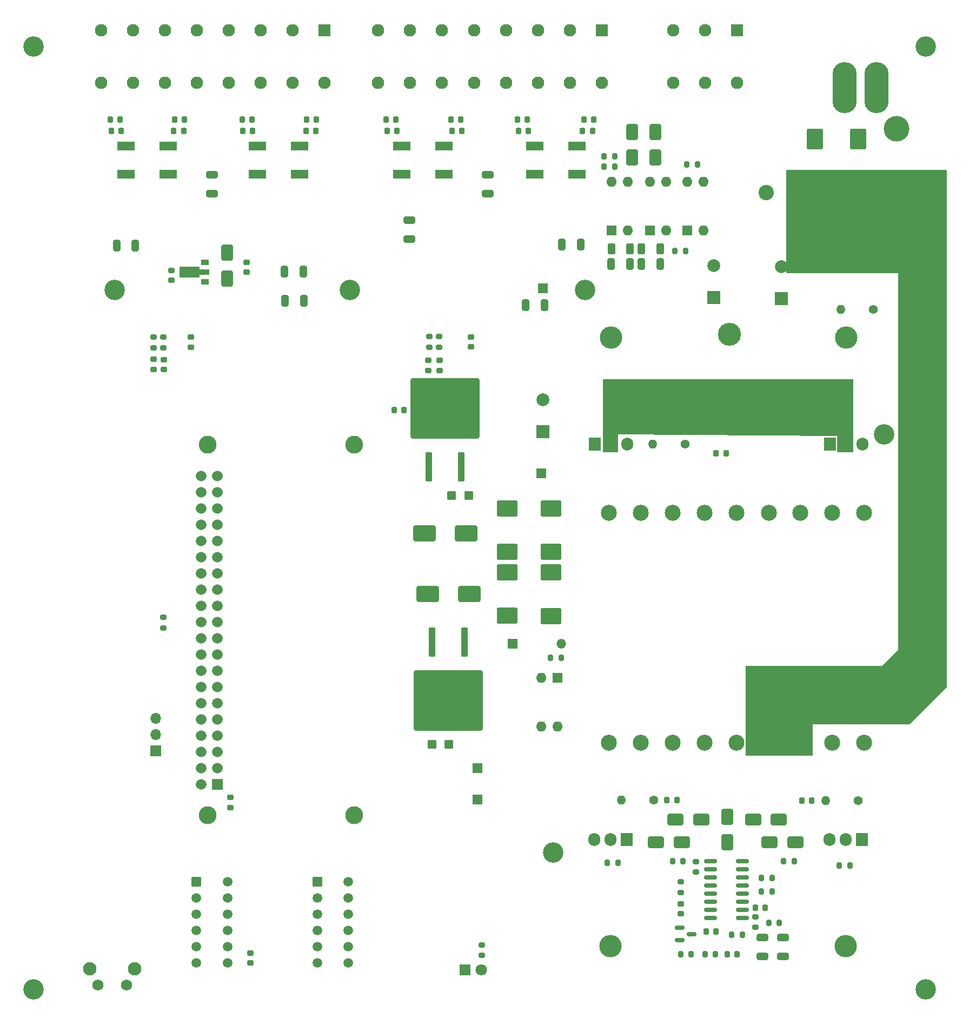
<source format=gbr>
%TF.GenerationSoftware,KiCad,Pcbnew,8.0.1-8.0.1-1~ubuntu22.04.1*%
%TF.CreationDate,2024-08-21T15:32:21+07:00*%
%TF.ProjectId,DAW-Pro4,4441572d-5072-46f3-942e-6b696361645f,rev?*%
%TF.SameCoordinates,Original*%
%TF.FileFunction,Soldermask,Top*%
%TF.FilePolarity,Negative*%
%FSLAX46Y46*%
G04 Gerber Fmt 4.6, Leading zero omitted, Abs format (unit mm)*
G04 Created by KiCad (PCBNEW 8.0.1-8.0.1-1~ubuntu22.04.1) date 2024-08-21 15:32:21*
%MOMM*%
%LPD*%
G01*
G04 APERTURE LIST*
G04 Aperture macros list*
%AMRoundRect*
0 Rectangle with rounded corners*
0 $1 Rounding radius*
0 $2 $3 $4 $5 $6 $7 $8 $9 X,Y pos of 4 corners*
0 Add a 4 corners polygon primitive as box body*
4,1,4,$2,$3,$4,$5,$6,$7,$8,$9,$2,$3,0*
0 Add four circle primitives for the rounded corners*
1,1,$1+$1,$2,$3*
1,1,$1+$1,$4,$5*
1,1,$1+$1,$6,$7*
1,1,$1+$1,$8,$9*
0 Add four rect primitives between the rounded corners*
20,1,$1+$1,$2,$3,$4,$5,0*
20,1,$1+$1,$4,$5,$6,$7,0*
20,1,$1+$1,$6,$7,$8,$9,0*
20,1,$1+$1,$8,$9,$2,$3,0*%
%AMFreePoly0*
4,1,9,3.862500,-0.866500,0.737500,-0.866500,0.737500,-0.450000,-0.737500,-0.450000,-0.737500,0.450000,0.737500,0.450000,0.737500,0.866500,3.862500,0.866500,3.862500,-0.866500,3.862500,-0.866500,$1*%
G04 Aperture macros list end*
%ADD10RoundRect,0.200000X0.200000X0.275000X-0.200000X0.275000X-0.200000X-0.275000X0.200000X-0.275000X0*%
%ADD11O,3.800000X8.000000*%
%ADD12RoundRect,0.225000X-0.225000X-0.250000X0.225000X-0.250000X0.225000X0.250000X-0.225000X0.250000X0*%
%ADD13C,3.200000*%
%ADD14RoundRect,0.200000X-0.200000X-0.275000X0.200000X-0.275000X0.200000X0.275000X-0.200000X0.275000X0*%
%ADD15RoundRect,0.225000X-0.250000X0.225000X-0.250000X-0.225000X0.250000X-0.225000X0.250000X0.225000X0*%
%ADD16RoundRect,0.102000X-0.654000X0.654000X-0.654000X-0.654000X0.654000X-0.654000X0.654000X0.654000X0*%
%ADD17C,1.512000*%
%ADD18RoundRect,0.200000X-0.275000X0.200000X-0.275000X-0.200000X0.275000X-0.200000X0.275000X0.200000X0*%
%ADD19RoundRect,0.250000X0.650000X-0.325000X0.650000X0.325000X-0.650000X0.325000X-0.650000X-0.325000X0*%
%ADD20R,2.800000X1.400000*%
%ADD21R,1.600000X1.600000*%
%ADD22O,1.600000X1.600000*%
%ADD23RoundRect,0.250000X-1.000000X1.400000X-1.000000X-1.400000X1.000000X-1.400000X1.000000X1.400000X0*%
%ADD24C,3.600000*%
%ADD25C,2.500000*%
%ADD26C,1.400000*%
%ADD27O,1.400000X1.400000*%
%ADD28RoundRect,0.218750X-0.256250X0.218750X-0.256250X-0.218750X0.256250X-0.218750X0.256250X0.218750X0*%
%ADD29RoundRect,0.200000X0.275000X-0.200000X0.275000X0.200000X-0.275000X0.200000X-0.275000X-0.200000X0*%
%ADD30RoundRect,0.250000X-0.650000X1.000000X-0.650000X-1.000000X0.650000X-1.000000X0.650000X1.000000X0*%
%ADD31RoundRect,0.250000X-1.400000X-1.000000X1.400000X-1.000000X1.400000X1.000000X-1.400000X1.000000X0*%
%ADD32C,1.950000*%
%ADD33R,1.950000X1.950000*%
%ADD34RoundRect,0.250000X1.000000X0.650000X-1.000000X0.650000X-1.000000X-0.650000X1.000000X-0.650000X0*%
%ADD35RoundRect,0.250000X-0.450000X-0.425000X0.450000X-0.425000X0.450000X0.425000X-0.450000X0.425000X0*%
%ADD36R,2.000000X2.000000*%
%ADD37C,2.000000*%
%ADD38RoundRect,0.250000X-1.000000X-0.650000X1.000000X-0.650000X1.000000X0.650000X-1.000000X0.650000X0*%
%ADD39RoundRect,0.250000X0.312500X0.625000X-0.312500X0.625000X-0.312500X-0.625000X0.312500X-0.625000X0*%
%ADD40C,2.800000*%
%ADD41R,1.665000X1.665000*%
%ADD42C,1.665000*%
%ADD43C,4.000000*%
%ADD44RoundRect,0.250000X0.325000X0.650000X-0.325000X0.650000X-0.325000X-0.650000X0.325000X-0.650000X0*%
%ADD45RoundRect,0.250000X-1.500000X-1.000000X1.500000X-1.000000X1.500000X1.000000X-1.500000X1.000000X0*%
%ADD46RoundRect,0.250000X-0.325000X-0.650000X0.325000X-0.650000X0.325000X0.650000X-0.325000X0.650000X0*%
%ADD47RoundRect,0.250000X-0.300000X2.050000X-0.300000X-2.050000X0.300000X-2.050000X0.300000X2.050000X0*%
%ADD48RoundRect,0.250002X-5.149998X4.449998X-5.149998X-4.449998X5.149998X-4.449998X5.149998X4.449998X0*%
%ADD49RoundRect,0.225000X0.225000X0.250000X-0.225000X0.250000X-0.225000X-0.250000X0.225000X-0.250000X0*%
%ADD50R,2.400000X2.400000*%
%ADD51C,2.400000*%
%ADD52RoundRect,0.150000X-0.587500X-0.150000X0.587500X-0.150000X0.587500X0.150000X-0.587500X0.150000X0*%
%ADD53RoundRect,0.150000X-0.825000X-0.150000X0.825000X-0.150000X0.825000X0.150000X-0.825000X0.150000X0*%
%ADD54RoundRect,0.250000X0.300000X-2.050000X0.300000X2.050000X-0.300000X2.050000X-0.300000X-2.050000X0*%
%ADD55RoundRect,0.250002X5.149998X-4.449998X5.149998X4.449998X-5.149998X4.449998X-5.149998X-4.449998X0*%
%ADD56C,2.100000*%
%ADD57C,1.750000*%
%ADD58R,1.500000X1.500000*%
%ADD59O,1.500000X1.500000*%
%ADD60R,1.700000X1.700000*%
%ADD61O,1.700000X1.700000*%
%ADD62RoundRect,0.225000X0.250000X-0.225000X0.250000X0.225000X-0.250000X0.225000X-0.250000X-0.225000X0*%
%ADD63RoundRect,0.250000X-0.650000X0.325000X-0.650000X-0.325000X0.650000X-0.325000X0.650000X0.325000X0*%
%ADD64R,1.300000X0.900000*%
%ADD65FreePoly0,180.000000*%
%ADD66R,1.800000X1.800000*%
%ADD67C,1.800000*%
%ADD68RoundRect,0.250000X1.500000X1.000000X-1.500000X1.000000X-1.500000X-1.000000X1.500000X-1.000000X0*%
%ADD69RoundRect,0.250000X-0.312500X-0.625000X0.312500X-0.625000X0.312500X0.625000X-0.312500X0.625000X0*%
%ADD70O,3.500000X3.500000*%
%ADD71R,1.905000X2.000000*%
%ADD72O,1.905000X2.000000*%
G04 APERTURE END LIST*
D10*
%TO.C,R24*%
X96075000Y-23876000D03*
X94425000Y-23876000D03*
%TD*%
D11*
%TO.C,F1*%
X132120000Y-11555000D03*
X137120000Y-11555000D03*
%TD*%
D12*
%TO.C,C111*%
X111963500Y-68742500D03*
X113513500Y-68742500D03*
%TD*%
D13*
%TO.C,REF\u002A\u002A*%
X86487000Y-131191000D03*
%TD*%
D14*
%TO.C,R34*%
X94933000Y-132842000D03*
X96583000Y-132842000D03*
%TD*%
D12*
%TO.C,C32*%
X47805000Y-16510000D03*
X49355000Y-16510000D03*
%TD*%
D15*
%TO.C,C102*%
X106476800Y-139280600D03*
X106476800Y-140830600D03*
%TD*%
D16*
%TO.C,J12*%
X30594300Y-135819000D03*
D17*
X35445700Y-135819000D03*
X30594300Y-138359000D03*
X35445700Y-138359000D03*
X30594300Y-140899000D03*
X35445700Y-140899000D03*
X30594300Y-143439000D03*
X35445700Y-143439000D03*
X30594300Y-145979000D03*
X35445700Y-145979000D03*
X30594300Y-148519000D03*
X35445700Y-148519000D03*
%TD*%
D18*
%TO.C,R49*%
X108839000Y-132652000D03*
X108839000Y-134302000D03*
%TD*%
D19*
%TO.C,C20*%
X33020000Y-28096000D03*
X33020000Y-25146000D03*
%TD*%
D13*
%TO.C,REF\u002A\u002A*%
X144780000Y-5080000D03*
%TD*%
D20*
%TO.C,L10*%
X90170000Y-25060000D03*
X90170000Y-20660000D03*
%TD*%
D21*
%TO.C,U16*%
X107424000Y-33899000D03*
D22*
X109964000Y-33899000D03*
X109964000Y-26279000D03*
X107424000Y-26279000D03*
%TD*%
D23*
%TO.C,VD1*%
X134210000Y-19558000D03*
X127410000Y-19558000D03*
%TD*%
D13*
%TO.C,REF\u002A\u002A*%
X17780000Y-43180000D03*
%TD*%
D24*
%TO.C,L19*%
X114046000Y-62860000D03*
X114046000Y-50160000D03*
%TD*%
D25*
%TO.C,TR1*%
X95161500Y-114081500D03*
X100161500Y-114081500D03*
X105161500Y-114081500D03*
X110161500Y-114081500D03*
X120231500Y-114081500D03*
X125161500Y-114081500D03*
X130161500Y-114081500D03*
X135161500Y-114081500D03*
X130161500Y-78081500D03*
X135161500Y-78081500D03*
X120231500Y-78081500D03*
X125161500Y-78081500D03*
X105161500Y-78081500D03*
X110161500Y-78081500D03*
X95161500Y-78081500D03*
X100161500Y-78081500D03*
X115161500Y-78081500D03*
X115161500Y-114081500D03*
%TD*%
D26*
%TO.C,R40*%
X136551200Y-46228000D03*
D27*
X131471200Y-46228000D03*
%TD*%
D12*
%TO.C,C91*%
X60251000Y-16510000D03*
X61801000Y-16510000D03*
%TD*%
D10*
%TO.C,R19*%
X96075000Y-22225000D03*
X94425000Y-22225000D03*
%TD*%
D13*
%TO.C,REF\u002A\u002A*%
X54610000Y-43180000D03*
%TD*%
%TO.C,REF\u002A\u002A*%
X5080000Y-5080000D03*
%TD*%
D15*
%TO.C,C57*%
X73558400Y-50533000D03*
X73558400Y-52083000D03*
%TD*%
D28*
%TO.C,HL1*%
X23876000Y-54051000D03*
X23876000Y-55626000D03*
%TD*%
D20*
%TO.C,L15*%
X62738000Y-25060000D03*
X62738000Y-20660000D03*
%TD*%
%TO.C,L4*%
X40132000Y-25060000D03*
X40132000Y-20660000D03*
%TD*%
D29*
%TO.C,R26*%
X106426000Y-137477000D03*
X106426000Y-135827000D03*
%TD*%
D30*
%TO.C,VD15*%
X102467000Y-18415000D03*
X102467000Y-22415000D03*
%TD*%
D31*
%TO.C,VD12*%
X86106000Y-77372000D03*
X86106000Y-84172000D03*
%TD*%
D28*
%TO.C,HL4*%
X66929000Y-54203500D03*
X66929000Y-55778500D03*
%TD*%
D32*
%TO.C,J6*%
X50640000Y-10740000D03*
D33*
X50640000Y-2540000D03*
D32*
X45640000Y-10740000D03*
X45640000Y-2540000D03*
X40640000Y-10740000D03*
X40640000Y-2540000D03*
X35640000Y-10740000D03*
X35640000Y-2540000D03*
X30640000Y-10740000D03*
X30640000Y-2540000D03*
X25640000Y-10740000D03*
X25640000Y-2540000D03*
X20640000Y-10740000D03*
X20640000Y-2540000D03*
X15640000Y-10740000D03*
X15640000Y-2540000D03*
%TD*%
D34*
%TO.C,VD7*%
X121772500Y-126083500D03*
X117772500Y-126083500D03*
%TD*%
D35*
%TO.C,C8*%
X70532000Y-75311000D03*
X73232000Y-75311000D03*
%TD*%
D36*
%TO.C,C115*%
X122174000Y-44531677D03*
D37*
X122174000Y-39531677D03*
%TD*%
D10*
%TO.C,R31*%
X120733000Y-135227500D03*
X119083000Y-135227500D03*
%TD*%
D12*
%TO.C,C94*%
X91046000Y-18288000D03*
X92596000Y-18288000D03*
%TD*%
D38*
%TO.C,VD6*%
X105612500Y-126083500D03*
X109612500Y-126083500D03*
%TD*%
D39*
%TO.C,R41*%
X103189500Y-36703000D03*
X100264500Y-36703000D03*
%TD*%
D38*
%TO.C,VD4*%
X120344500Y-129639500D03*
X124344500Y-129639500D03*
%TD*%
D14*
%TO.C,R25*%
X114407500Y-144117500D03*
X116057500Y-144117500D03*
%TD*%
D40*
%TO.C,IC1*%
X32315000Y-125402000D03*
X55315000Y-125402000D03*
X32315000Y-67402000D03*
X55315000Y-67402000D03*
D41*
X33895000Y-120532000D03*
D42*
X31355000Y-120532000D03*
X33895000Y-117992000D03*
X31355000Y-117992000D03*
X33895000Y-115452000D03*
X31355000Y-115452000D03*
X33895000Y-112912000D03*
X31355000Y-112912000D03*
X33895000Y-110372000D03*
X31355000Y-110372000D03*
X33895000Y-107832000D03*
X31355000Y-107832000D03*
X33895000Y-105292000D03*
X31355000Y-105292000D03*
X33895000Y-102752000D03*
X31355000Y-102752000D03*
X33895000Y-100212000D03*
X31355000Y-100212000D03*
X33895000Y-97672000D03*
X31355000Y-97672000D03*
X33895000Y-95132000D03*
X31355000Y-95132000D03*
X33895000Y-92592000D03*
X31355000Y-92592000D03*
X33895000Y-90052000D03*
X31355000Y-90052000D03*
X33895000Y-87512000D03*
X31355000Y-87512000D03*
X33895000Y-84972000D03*
X31355000Y-84972000D03*
X33895000Y-82432000D03*
X31355000Y-82432000D03*
X33895000Y-79892000D03*
X31355000Y-79892000D03*
X33895000Y-77352000D03*
X31355000Y-77352000D03*
X33895000Y-74812000D03*
X31355000Y-74812000D03*
X33895000Y-72272000D03*
X31355000Y-72272000D03*
%TD*%
D12*
%TO.C,C45*%
X17246000Y-18288000D03*
X18796000Y-18288000D03*
%TD*%
D10*
%TO.C,R48*%
X87693000Y-100711000D03*
X86043000Y-100711000D03*
%TD*%
D20*
%TO.C,L2*%
X46736000Y-25060000D03*
X46736000Y-20660000D03*
%TD*%
D43*
%TO.C,L18*%
X140208000Y-17987000D03*
X140208000Y-28067000D03*
%TD*%
D21*
%TO.C,U15*%
X101595000Y-33899000D03*
D22*
X104135000Y-33899000D03*
X104135000Y-26279000D03*
X101595000Y-26279000D03*
%TD*%
D44*
%TO.C,C17*%
X47322000Y-40259000D03*
X44372000Y-40259000D03*
%TD*%
D13*
%TO.C,REF\u002A\u002A*%
X91440000Y-43180000D03*
%TD*%
D18*
%TO.C,R20*%
X68580000Y-50483000D03*
X68580000Y-52133000D03*
%TD*%
D45*
%TO.C,C60*%
X66803200Y-90728800D03*
X73303200Y-90728800D03*
%TD*%
D14*
%TO.C,R45*%
X105538000Y-37084000D03*
X107188000Y-37084000D03*
%TD*%
D31*
%TO.C,VD13*%
X86106000Y-87405000D03*
X86106000Y-94205000D03*
%TD*%
D12*
%TO.C,C40*%
X47726000Y-18288000D03*
X49276000Y-18288000D03*
%TD*%
D13*
%TO.C,REF\u002A\u002A*%
X138303000Y-65786000D03*
%TD*%
D29*
%TO.C,R3*%
X23876000Y-52197000D03*
X23876000Y-50547000D03*
%TD*%
D44*
%TO.C,C47*%
X47398200Y-44907200D03*
X44448200Y-44907200D03*
%TD*%
D18*
%TO.C,R2*%
X25400000Y-50547000D03*
X25400000Y-52197000D03*
%TD*%
D46*
%TO.C,C64*%
X82141800Y-45515000D03*
X85091800Y-45515000D03*
%TD*%
D28*
%TO.C,HL3*%
X68707000Y-54203500D03*
X68707000Y-55778500D03*
%TD*%
D47*
%TO.C,U7*%
X72593200Y-98318800D03*
D48*
X70053200Y-107468800D03*
D47*
X67513200Y-98318800D03*
%TD*%
D49*
%TO.C,C88*%
X82375000Y-16510000D03*
X80825000Y-16510000D03*
%TD*%
D20*
%TO.C,L5*%
X26162000Y-25060000D03*
X26162000Y-20660000D03*
%TD*%
D49*
%TO.C,C43*%
X28588000Y-18288000D03*
X27038000Y-18288000D03*
%TD*%
D12*
%TO.C,C59*%
X118097000Y-139827000D03*
X119647000Y-139827000D03*
%TD*%
D15*
%TO.C,C2*%
X38481000Y-38849000D03*
X38481000Y-40399000D03*
%TD*%
D32*
%TO.C,J18*%
X94055000Y-10740000D03*
D33*
X94055000Y-2540000D03*
D32*
X89055000Y-10740000D03*
X89055000Y-2540000D03*
X84055000Y-10740000D03*
X84055000Y-2540000D03*
X79055000Y-10740000D03*
X79055000Y-2540000D03*
X74055000Y-10740000D03*
X74055000Y-2540000D03*
X69055000Y-10740000D03*
X69055000Y-2540000D03*
X64055000Y-10740000D03*
X64055000Y-2540000D03*
X59055000Y-10740000D03*
X59055000Y-2540000D03*
%TD*%
D50*
%TO.C,C107*%
X124852729Y-27940000D03*
D51*
X119852729Y-27940000D03*
%TD*%
D26*
%TO.C,R36*%
X102185000Y-123037600D03*
D27*
X97105000Y-123037600D03*
%TD*%
D31*
%TO.C,VD11*%
X79248000Y-87376000D03*
X79248000Y-94176000D03*
%TD*%
D52*
%TO.C,VT1*%
X106294000Y-143040500D03*
X106294000Y-144940500D03*
X108169000Y-143990500D03*
%TD*%
D26*
%TO.C,R37*%
X134239000Y-123063000D03*
D27*
X129159000Y-123063000D03*
%TD*%
D32*
%TO.C,J22*%
X115283000Y-10740000D03*
D33*
X115283000Y-2540000D03*
D32*
X110283000Y-10740000D03*
X110283000Y-2540000D03*
X105283000Y-10740000D03*
X105283000Y-2540000D03*
%TD*%
D15*
%TO.C,C54*%
X35915600Y-122618200D03*
X35915600Y-124168200D03*
%TD*%
D30*
%TO.C,VD2*%
X35433000Y-37370000D03*
X35433000Y-41370000D03*
%TD*%
D49*
%TO.C,C34*%
X39317000Y-16510000D03*
X37767000Y-16510000D03*
%TD*%
D36*
%TO.C,C114*%
X111587677Y-44404677D03*
D37*
X111587677Y-39404677D03*
%TD*%
D53*
%TO.C,U13*%
X111106500Y-132560500D03*
X111106500Y-133830500D03*
X111106500Y-135100500D03*
X111106500Y-136370500D03*
X111106500Y-137640500D03*
X111106500Y-138910500D03*
X111106500Y-140180500D03*
X111106500Y-141450500D03*
X116056500Y-141450500D03*
X116056500Y-140180500D03*
X116056500Y-138910500D03*
X116056500Y-137640500D03*
X116056500Y-136370500D03*
X116056500Y-135100500D03*
X116056500Y-133830500D03*
X116056500Y-132560500D03*
%TD*%
D54*
%TO.C,U2*%
X67005200Y-70896000D03*
D55*
X69545200Y-61746000D03*
D54*
X72085200Y-70896000D03*
%TD*%
D20*
%TO.C,L12*%
X83566000Y-25060000D03*
X83566000Y-20660000D03*
%TD*%
%TO.C,L13*%
X69342000Y-25060000D03*
X69342000Y-20660000D03*
%TD*%
D12*
%TO.C,C37*%
X17071000Y-16510000D03*
X18621000Y-16510000D03*
%TD*%
D56*
%TO.C,SW1*%
X20924000Y-149451500D03*
X13914000Y-149451500D03*
D57*
X19674000Y-151941500D03*
X15174000Y-151941500D03*
%TD*%
D58*
%TO.C,D1*%
X80132000Y-98552000D03*
D59*
X87752000Y-98552000D03*
%TD*%
D10*
%TO.C,R33*%
X124209000Y-132560500D03*
X122559000Y-132560500D03*
%TD*%
D29*
%TO.C,R1*%
X75311000Y-147320000D03*
X75311000Y-145670000D03*
%TD*%
D58*
%TO.C,J10*%
X84582000Y-71882000D03*
%TD*%
D49*
%TO.C,C96*%
X82563000Y-18288000D03*
X81013000Y-18288000D03*
%TD*%
D31*
%TO.C,VD10*%
X79248000Y-77372000D03*
X79248000Y-84172000D03*
%TD*%
D35*
%TO.C,C61*%
X67454800Y-114300000D03*
X70154800Y-114300000D03*
%TD*%
D14*
%TO.C,R43*%
X107379000Y-23495000D03*
X109029000Y-23495000D03*
%TD*%
D29*
%TO.C,R50*%
X118110000Y-142938000D03*
X118110000Y-141288000D03*
%TD*%
D21*
%TO.C,U11*%
X87127000Y-103896000D03*
D22*
X84587000Y-103896000D03*
X84587000Y-111516000D03*
X87127000Y-111516000D03*
%TD*%
D46*
%TO.C,C21*%
X18096000Y-36195000D03*
X21046000Y-36195000D03*
%TD*%
D10*
%TO.C,R32*%
X120713000Y-137287000D03*
X119063000Y-137287000D03*
%TD*%
D12*
%TO.C,C86*%
X91239000Y-16510000D03*
X92789000Y-16510000D03*
%TD*%
D60*
%TO.C,J1*%
X24257000Y-115301000D03*
D61*
X24257000Y-112761000D03*
X24257000Y-110221000D03*
%TD*%
D62*
%TO.C,C49*%
X39065200Y-148501400D03*
X39065200Y-146951400D03*
%TD*%
D21*
%TO.C,U5*%
X95626000Y-33899000D03*
D22*
X98166000Y-33899000D03*
X98166000Y-26279000D03*
X95626000Y-26279000D03*
%TD*%
D63*
%TO.C,C75*%
X76200000Y-25143000D03*
X76200000Y-28093000D03*
%TD*%
D20*
%TO.C,L7*%
X19558000Y-25060000D03*
X19558000Y-20660000D03*
%TD*%
D12*
%TO.C,C109*%
X104254000Y-123012200D03*
X105804000Y-123012200D03*
%TD*%
D49*
%TO.C,C56*%
X63106600Y-61976000D03*
X61556600Y-61976000D03*
%TD*%
D13*
%TO.C,REF\u002A\u002A*%
X144780000Y-152654000D03*
%TD*%
D64*
%TO.C,U1*%
X31922000Y-41886000D03*
D65*
X31834500Y-40386000D03*
D64*
X31922000Y-38886000D03*
%TD*%
D44*
%TO.C,C71*%
X90756000Y-36068000D03*
X87806000Y-36068000D03*
%TD*%
D29*
%TO.C,R21*%
X67056000Y-52133000D03*
X67056000Y-50483000D03*
%TD*%
D58*
%TO.C,J16*%
X74625200Y-122961400D03*
%TD*%
D16*
%TO.C,J20*%
X49517300Y-135819000D03*
D17*
X54368700Y-135819000D03*
X49517300Y-138359000D03*
X54368700Y-138359000D03*
X49517300Y-140899000D03*
X54368700Y-140899000D03*
X49517300Y-143439000D03*
X54368700Y-143439000D03*
X49517300Y-145979000D03*
X54368700Y-145979000D03*
X49517300Y-148519000D03*
X54368700Y-148519000D03*
%TD*%
D63*
%TO.C,C104*%
X122428000Y-144526000D03*
X122428000Y-147476000D03*
%TD*%
D49*
%TO.C,C103*%
X111943500Y-143609500D03*
X110393500Y-143609500D03*
%TD*%
D58*
%TO.C,J14*%
X84836000Y-42926000D03*
%TD*%
D12*
%TO.C,C99*%
X60426000Y-18288000D03*
X61976000Y-18288000D03*
%TD*%
D66*
%TO.C,HL5*%
X72664000Y-149565000D03*
D67*
X75204000Y-149565000D03*
%TD*%
D49*
%TO.C,C97*%
X72136000Y-18288000D03*
X70586000Y-18288000D03*
%TD*%
%TO.C,C35*%
X28715000Y-16510000D03*
X27165000Y-16510000D03*
%TD*%
D58*
%TO.C,J11*%
X74625200Y-118008400D03*
%TD*%
D12*
%TO.C,C110*%
X125397000Y-123063000D03*
X126947000Y-123063000D03*
%TD*%
D14*
%TO.C,R27*%
X106406500Y-147165500D03*
X108056500Y-147165500D03*
%TD*%
D28*
%TO.C,HL2*%
X25527000Y-54076500D03*
X25527000Y-55651500D03*
%TD*%
D63*
%TO.C,C105*%
X119253000Y-144526000D03*
X119253000Y-147476000D03*
%TD*%
D15*
%TO.C,C55*%
X29768800Y-50583800D03*
X29768800Y-52133800D03*
%TD*%
D36*
%TO.C,C113*%
X84836000Y-65359677D03*
D37*
X84836000Y-60359677D03*
%TD*%
D49*
%TO.C,C42*%
X39370000Y-18288000D03*
X37820000Y-18288000D03*
%TD*%
D46*
%TO.C,C16*%
X95553000Y-39116000D03*
X98503000Y-39116000D03*
%TD*%
D49*
%TO.C,C106*%
X115245500Y-147165500D03*
X113695500Y-147165500D03*
%TD*%
D62*
%TO.C,C4*%
X26670000Y-41656000D03*
X26670000Y-40106000D03*
%TD*%
D18*
%TO.C,R6*%
X25400000Y-94425000D03*
X25400000Y-96075000D03*
%TD*%
D34*
%TO.C,VD3*%
X106564500Y-129639500D03*
X102564500Y-129639500D03*
%TD*%
D26*
%TO.C,R38*%
X107138000Y-67310000D03*
D27*
X102058000Y-67310000D03*
%TD*%
D10*
%TO.C,R28*%
X111866500Y-147165500D03*
X110216500Y-147165500D03*
%TD*%
D30*
%TO.C,VD5*%
X113708500Y-125607500D03*
X113708500Y-129607500D03*
%TD*%
D68*
%TO.C,C7*%
X72846000Y-81280000D03*
X66346000Y-81280000D03*
%TD*%
D50*
%TO.C,C108*%
X142494000Y-38354000D03*
D51*
X137494000Y-38354000D03*
%TD*%
D44*
%TO.C,C125*%
X103202000Y-39116000D03*
X100252000Y-39116000D03*
%TD*%
D14*
%TO.C,R30*%
X105136500Y-132560500D03*
X106786500Y-132560500D03*
%TD*%
D13*
%TO.C,REF\u002A\u002A*%
X5080000Y-152654000D03*
%TD*%
D19*
%TO.C,C74*%
X63957200Y-35206200D03*
X63957200Y-32256200D03*
%TD*%
D49*
%TO.C,C89*%
X71961000Y-16510000D03*
X70411000Y-16510000D03*
%TD*%
D30*
%TO.C,VD14*%
X98806000Y-18447000D03*
X98806000Y-22447000D03*
%TD*%
D14*
%TO.C,R35*%
X131255000Y-133223000D03*
X132905000Y-133223000D03*
%TD*%
D69*
%TO.C,R42*%
X95565500Y-36703000D03*
X98490500Y-36703000D03*
%TD*%
D14*
%TO.C,R29*%
X120206000Y-142240000D03*
X121856000Y-142240000D03*
%TD*%
D70*
%TO.C,VT2*%
X95466500Y-145895500D03*
D71*
X98006500Y-129235500D03*
D72*
X95466500Y-129235500D03*
X92926500Y-129235500D03*
%TD*%
D70*
%TO.C,VT3*%
X132296500Y-145895500D03*
D71*
X134836500Y-129235500D03*
D72*
X132296500Y-129235500D03*
X129756500Y-129235500D03*
%TD*%
D70*
%TO.C,VD9*%
X132334000Y-50650000D03*
D71*
X129794000Y-67310000D03*
D72*
X132334000Y-67310000D03*
X134874000Y-67310000D03*
%TD*%
D70*
%TO.C,VD8*%
X95504000Y-50650000D03*
D71*
X92964000Y-67310000D03*
D72*
X95504000Y-67310000D03*
X98044000Y-67310000D03*
%TD*%
G36*
X133420004Y-57169704D02*
G01*
X133465777Y-57222492D01*
X133477000Y-57274042D01*
X133477000Y-68456000D01*
X133457315Y-68523039D01*
X133404511Y-68568794D01*
X133353000Y-68580000D01*
X131061000Y-68580000D01*
X130993961Y-68560315D01*
X130948206Y-68507511D01*
X130937000Y-68456000D01*
X130937000Y-66076812D01*
X96647000Y-65745506D01*
X96647000Y-68456000D01*
X96627315Y-68523039D01*
X96574511Y-68568794D01*
X96523000Y-68580000D01*
X94358145Y-68580000D01*
X94291106Y-68560315D01*
X94245351Y-68507511D01*
X94234145Y-68455855D01*
X94247212Y-57287169D01*
X94266975Y-57220153D01*
X94319833Y-57174459D01*
X94371170Y-57163314D01*
X133352958Y-57150042D01*
X133420004Y-57169704D01*
G37*
G36*
X148025039Y-24403685D02*
G01*
X148070794Y-24456489D01*
X148082000Y-24508000D01*
X148082000Y-105358638D01*
X148062315Y-105425677D01*
X148045681Y-105446319D01*
X142403319Y-111088681D01*
X142341996Y-111122166D01*
X142315638Y-111125000D01*
X127127000Y-111125000D01*
X127127000Y-115954000D01*
X127107315Y-116021039D01*
X127054511Y-116066794D01*
X127003000Y-116078000D01*
X116764362Y-116078000D01*
X116697323Y-116058315D01*
X116676681Y-116041681D01*
X116622319Y-115987319D01*
X116588834Y-115925996D01*
X116586000Y-115899638D01*
X116586000Y-102105000D01*
X116605685Y-102037961D01*
X116658489Y-101992206D01*
X116710000Y-101981000D01*
X137922000Y-101981000D01*
X137922000Y-101980999D01*
X140462000Y-99440999D01*
X140462000Y-40513000D01*
X123060000Y-40513000D01*
X122992961Y-40493315D01*
X122947206Y-40440511D01*
X122936000Y-40389000D01*
X122936000Y-24508000D01*
X122955685Y-24440961D01*
X123008489Y-24395206D01*
X123060000Y-24384000D01*
X147958000Y-24384000D01*
X148025039Y-24403685D01*
G37*
M02*

</source>
